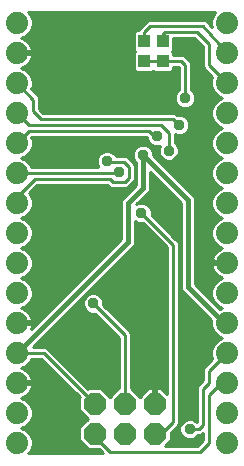
<source format=gbl>
G75*
%MOIN*%
%OFA0B0*%
%FSLAX24Y24*%
%IPPOS*%
%LPD*%
%AMOC8*
5,1,8,0,0,1.08239X$1,22.5*
%
%ADD10C,0.0740*%
%ADD11OC8,0.0740*%
%ADD12R,0.0394X0.0433*%
%ADD13C,0.0376*%
%ADD14C,0.0100*%
%ADD15C,0.0160*%
D10*
X001550Y001250D03*
X001550Y002250D03*
X001550Y003250D03*
X001550Y004250D03*
X001550Y005250D03*
X001550Y006250D03*
X001550Y007250D03*
X001550Y008250D03*
X001550Y009250D03*
X001550Y010250D03*
X001550Y011250D03*
X001550Y012250D03*
X001550Y013250D03*
X001550Y014250D03*
X001550Y015250D03*
X008550Y015250D03*
X008550Y014250D03*
X008550Y013250D03*
X008550Y012250D03*
X008550Y011250D03*
X008550Y010250D03*
X008550Y009250D03*
X008550Y008250D03*
X008550Y007250D03*
X008550Y006250D03*
X008550Y005250D03*
X008550Y004250D03*
X008550Y003250D03*
X008550Y002250D03*
X008550Y001250D03*
D11*
X006150Y001550D03*
X006150Y002550D03*
X005150Y002550D03*
X005150Y001550D03*
X004150Y001550D03*
X004150Y002550D03*
D12*
X005784Y013965D03*
X005784Y014635D03*
X006414Y014635D03*
X006414Y013965D03*
D13*
X007150Y012750D03*
X006450Y012450D03*
X006950Y011850D03*
X006210Y011480D03*
X006610Y010990D03*
X005750Y010850D03*
X004950Y011050D03*
X004550Y010640D03*
X004960Y010270D03*
X004790Y009180D03*
X004190Y008680D03*
X004190Y007580D03*
X005470Y007070D03*
X005750Y008150D03*
X005700Y008910D03*
X003530Y010850D03*
X002150Y010650D03*
X002540Y007800D03*
X004090Y005900D03*
X003371Y004822D03*
X002250Y005750D03*
X005040Y005850D03*
X005890Y005210D03*
X007190Y004811D03*
X005971Y003522D03*
X007150Y002750D03*
X007304Y001704D03*
X002550Y001750D03*
X005050Y013650D03*
X005050Y015350D03*
D14*
X005456Y014933D02*
X001968Y014933D01*
X001991Y014955D02*
X002070Y015147D01*
X002070Y015353D01*
X001991Y015545D01*
X001935Y015600D01*
X008165Y015600D01*
X008109Y015545D01*
X008030Y015353D01*
X008030Y015147D01*
X008038Y015127D01*
X007950Y015226D01*
X007950Y015233D01*
X007896Y015287D01*
X007844Y015345D01*
X007838Y015345D01*
X007833Y015350D01*
X007756Y015350D01*
X007679Y015355D01*
X007674Y015350D01*
X005918Y015350D01*
X005710Y015141D01*
X005593Y015024D01*
X005593Y015001D01*
X005525Y015001D01*
X005437Y014913D01*
X005437Y014356D01*
X005493Y014300D01*
X005437Y014244D01*
X005437Y013687D01*
X005525Y013599D01*
X006043Y013599D01*
X006099Y013655D01*
X006155Y013599D01*
X006673Y013599D01*
X006761Y013687D01*
X006761Y013765D01*
X006950Y013765D01*
X006950Y013028D01*
X006863Y012942D01*
X006812Y012817D01*
X006812Y012683D01*
X006863Y012558D01*
X006958Y012463D01*
X007083Y012412D01*
X007217Y012412D01*
X007342Y012463D01*
X007437Y012558D01*
X007488Y012683D01*
X007488Y012817D01*
X007437Y012942D01*
X007350Y013028D01*
X007350Y013933D01*
X007117Y014165D01*
X006761Y014165D01*
X006761Y014244D01*
X006705Y014300D01*
X006761Y014356D01*
X006761Y014750D01*
X007467Y014750D01*
X007750Y014467D01*
X007750Y013767D01*
X008069Y013448D01*
X008030Y013353D01*
X008030Y013147D01*
X008109Y012955D01*
X008255Y012809D01*
X008398Y012750D01*
X008255Y012691D01*
X008109Y012545D01*
X008030Y012353D01*
X008030Y012147D01*
X008109Y011955D01*
X008255Y011809D01*
X008398Y011750D01*
X008255Y011691D01*
X008109Y011545D01*
X008030Y011353D01*
X008030Y011147D01*
X008109Y010955D01*
X008255Y010809D01*
X008398Y010750D01*
X008255Y010691D01*
X008109Y010545D01*
X008030Y010353D01*
X008030Y010147D01*
X008109Y009955D01*
X008255Y009809D01*
X008398Y009750D01*
X008255Y009691D01*
X008109Y009545D01*
X008030Y009353D01*
X008030Y009147D01*
X008109Y008955D01*
X008255Y008809D01*
X008398Y008750D01*
X008255Y008691D01*
X008109Y008545D01*
X008030Y008353D01*
X008030Y008147D01*
X008109Y007955D01*
X008255Y007809D01*
X008402Y007749D01*
X008350Y007732D01*
X008277Y007695D01*
X008211Y007647D01*
X008153Y007589D01*
X008105Y007523D01*
X008068Y007450D01*
X008043Y007372D01*
X008031Y007300D01*
X008500Y007300D01*
X008500Y007200D01*
X008031Y007200D01*
X008043Y007128D01*
X008068Y007050D01*
X008105Y006977D01*
X008153Y006911D01*
X008211Y006853D01*
X008277Y006805D01*
X008350Y006768D01*
X008402Y006751D01*
X008255Y006691D01*
X008109Y006545D01*
X008030Y006353D01*
X008030Y006147D01*
X008109Y005955D01*
X008255Y005809D01*
X008398Y005750D01*
X008311Y005714D01*
X007480Y006545D01*
X007480Y009445D01*
X007345Y009580D01*
X006088Y010837D01*
X006088Y010917D01*
X006037Y011042D01*
X005942Y011137D01*
X005817Y011188D01*
X005683Y011188D01*
X005558Y011137D01*
X005463Y011042D01*
X005412Y010917D01*
X005412Y010783D01*
X005463Y010658D01*
X005520Y010602D01*
X005520Y009845D01*
X005020Y009345D01*
X005020Y008045D01*
X002035Y005060D01*
X002057Y005128D01*
X002069Y005200D01*
X001600Y005200D01*
X001600Y005300D01*
X002069Y005300D01*
X002057Y005372D01*
X002032Y005450D01*
X001995Y005523D01*
X001947Y005589D01*
X001889Y005647D01*
X001823Y005695D01*
X001750Y005732D01*
X001698Y005749D01*
X001845Y005809D01*
X001991Y005955D01*
X002070Y006147D01*
X002070Y006353D01*
X001991Y006545D01*
X001845Y006691D01*
X001702Y006750D01*
X001845Y006809D01*
X001991Y006955D01*
X002070Y007147D01*
X002070Y007353D01*
X001991Y007545D01*
X001845Y007691D01*
X001702Y007750D01*
X001845Y007809D01*
X001991Y007955D01*
X002070Y008147D01*
X002070Y008353D01*
X001991Y008545D01*
X001845Y008691D01*
X001702Y008750D01*
X001845Y008809D01*
X001991Y008955D01*
X002070Y009147D01*
X002070Y009353D01*
X001991Y009545D01*
X001959Y009576D01*
X002233Y009850D01*
X004567Y009850D01*
X004677Y009740D01*
X005233Y009740D01*
X005500Y010007D01*
X005500Y010523D01*
X005213Y010810D01*
X005047Y010810D01*
X004846Y010810D01*
X004837Y010832D01*
X004742Y010927D01*
X004617Y010978D01*
X004483Y010978D01*
X004358Y010927D01*
X004263Y010832D01*
X004212Y010707D01*
X004212Y010573D01*
X004263Y010450D01*
X002030Y010450D01*
X001991Y010545D01*
X001845Y010691D01*
X001702Y010750D01*
X001845Y010809D01*
X001991Y010955D01*
X002070Y011147D01*
X002070Y011353D01*
X002031Y011448D01*
X002033Y011450D01*
X005867Y011450D01*
X005872Y011445D01*
X005872Y011413D01*
X005923Y011288D01*
X006018Y011193D01*
X006143Y011142D01*
X006277Y011142D01*
X006313Y011157D01*
X006272Y011057D01*
X006272Y010923D01*
X006323Y010798D01*
X006418Y010703D01*
X006543Y010652D01*
X006677Y010652D01*
X006802Y010703D01*
X006897Y010798D01*
X006948Y010923D01*
X006948Y011057D01*
X006897Y011182D01*
X006810Y011268D01*
X006810Y011542D01*
X006883Y011512D01*
X007017Y011512D01*
X007142Y011563D01*
X007237Y011658D01*
X007288Y011783D01*
X007288Y011917D01*
X007237Y012042D01*
X007142Y012137D01*
X007017Y012188D01*
X006895Y012188D01*
X006833Y012250D01*
X002433Y012250D01*
X002300Y012383D01*
X002300Y012689D01*
X002301Y012771D01*
X002300Y012772D01*
X002300Y012773D01*
X002242Y012831D01*
X002029Y013048D01*
X002070Y013147D01*
X002070Y013353D01*
X001991Y013545D01*
X001845Y013691D01*
X001698Y013751D01*
X001750Y013768D01*
X001823Y013805D01*
X001889Y013853D01*
X001947Y013911D01*
X001995Y013977D01*
X002032Y014050D01*
X002057Y014128D01*
X002069Y014200D01*
X001600Y014200D01*
X001600Y014300D01*
X002069Y014300D01*
X002057Y014372D01*
X002032Y014450D01*
X001995Y014523D01*
X001947Y014589D01*
X001889Y014647D01*
X001823Y014695D01*
X001750Y014732D01*
X001698Y014749D01*
X001845Y014809D01*
X001991Y014955D01*
X002022Y015031D02*
X005599Y015031D01*
X005698Y015130D02*
X002063Y015130D01*
X002070Y015228D02*
X005796Y015228D01*
X005895Y015327D02*
X002070Y015327D01*
X002040Y015425D02*
X008060Y015425D01*
X008030Y015327D02*
X007861Y015327D01*
X007950Y015228D02*
X008030Y015228D01*
X008036Y015130D02*
X008037Y015130D01*
X007750Y015150D02*
X008550Y014250D01*
X007950Y014550D02*
X007950Y013850D01*
X008550Y013250D01*
X008201Y012864D02*
X007469Y012864D01*
X007488Y012766D02*
X008361Y012766D01*
X008232Y012667D02*
X007482Y012667D01*
X007441Y012569D02*
X008133Y012569D01*
X008078Y012470D02*
X007348Y012470D01*
X007150Y012750D02*
X007150Y013850D01*
X007035Y013965D01*
X006414Y013965D01*
X005784Y013965D01*
X005437Y013948D02*
X001973Y013948D01*
X002030Y014046D02*
X005437Y014046D01*
X005437Y014145D02*
X002060Y014145D01*
X002062Y014342D02*
X005452Y014342D01*
X005437Y014440D02*
X002035Y014440D01*
X001983Y014539D02*
X005437Y014539D01*
X005437Y014637D02*
X001898Y014637D01*
X001738Y014736D02*
X005437Y014736D01*
X005437Y014834D02*
X001869Y014834D01*
X001600Y014243D02*
X005437Y014243D01*
X005784Y014635D02*
X005793Y014643D01*
X005793Y014941D01*
X006001Y015150D01*
X007750Y015150D01*
X007550Y014950D02*
X007950Y014550D01*
X007750Y014440D02*
X006761Y014440D01*
X006761Y014539D02*
X007679Y014539D01*
X007580Y014637D02*
X006761Y014637D01*
X006761Y014736D02*
X007482Y014736D01*
X007550Y014950D02*
X006470Y014950D01*
X006383Y014863D01*
X006383Y014665D01*
X006414Y014635D01*
X006746Y014342D02*
X007750Y014342D01*
X007750Y014243D02*
X006761Y014243D01*
X007138Y014145D02*
X007750Y014145D01*
X007750Y014046D02*
X007237Y014046D01*
X007335Y013948D02*
X007750Y013948D01*
X007750Y013849D02*
X007350Y013849D01*
X007350Y013751D02*
X007767Y013751D01*
X007865Y013652D02*
X007350Y013652D01*
X007350Y013554D02*
X007964Y013554D01*
X008062Y013455D02*
X007350Y013455D01*
X007350Y013357D02*
X008031Y013357D01*
X008030Y013258D02*
X007350Y013258D01*
X007350Y013160D02*
X008030Y013160D01*
X008065Y013061D02*
X007350Y013061D01*
X007416Y012963D02*
X008106Y012963D01*
X008037Y012372D02*
X002311Y012372D01*
X002300Y012470D02*
X006952Y012470D01*
X006859Y012569D02*
X002300Y012569D01*
X002300Y012667D02*
X006818Y012667D01*
X006812Y012766D02*
X002301Y012766D01*
X002209Y012864D02*
X006831Y012864D01*
X006884Y012963D02*
X002113Y012963D01*
X002035Y013061D02*
X006950Y013061D01*
X006950Y013160D02*
X002070Y013160D01*
X002070Y013258D02*
X006950Y013258D01*
X006950Y013357D02*
X002069Y013357D01*
X002028Y013455D02*
X006950Y013455D01*
X006950Y013554D02*
X001982Y013554D01*
X001883Y013652D02*
X005472Y013652D01*
X005437Y013751D02*
X001700Y013751D01*
X001883Y013849D02*
X005437Y013849D01*
X006096Y013652D02*
X006102Y013652D01*
X006726Y013652D02*
X006950Y013652D01*
X006950Y013751D02*
X006761Y013751D01*
X007050Y012175D02*
X008030Y012175D01*
X008030Y012273D02*
X002410Y012273D01*
X002350Y012050D02*
X002100Y012300D01*
X002100Y012690D01*
X001550Y013250D01*
X001550Y012250D02*
X001950Y011850D01*
X006340Y011850D01*
X006610Y011580D01*
X006610Y010990D01*
X006948Y010993D02*
X008094Y010993D01*
X008053Y011091D02*
X006934Y011091D01*
X006889Y011190D02*
X008030Y011190D01*
X008030Y011288D02*
X006810Y011288D01*
X006810Y011387D02*
X008044Y011387D01*
X008085Y011485D02*
X006810Y011485D01*
X007162Y011584D02*
X008148Y011584D01*
X008247Y011682D02*
X007246Y011682D01*
X007287Y011781D02*
X008325Y011781D01*
X008186Y011879D02*
X007288Y011879D01*
X007263Y011978D02*
X008100Y011978D01*
X008059Y012076D02*
X007202Y012076D01*
X006950Y011850D02*
X006750Y012050D01*
X002350Y012050D01*
X001950Y011650D02*
X001550Y011250D01*
X001929Y010894D02*
X004326Y010894D01*
X004248Y010796D02*
X001812Y010796D01*
X001830Y010697D02*
X004212Y010697D01*
X004212Y010599D02*
X001937Y010599D01*
X002009Y010500D02*
X004242Y010500D01*
X004550Y010640D02*
X004660Y010610D01*
X005130Y010610D01*
X005300Y010440D01*
X005300Y010090D01*
X005150Y009940D01*
X004760Y009940D01*
X004650Y010050D01*
X002150Y010050D01*
X001550Y009450D01*
X001550Y009250D01*
X001959Y008924D02*
X005020Y008924D01*
X005020Y008826D02*
X001861Y008826D01*
X001757Y008727D02*
X005020Y008727D01*
X005020Y008629D02*
X001907Y008629D01*
X001997Y008530D02*
X005020Y008530D01*
X005020Y008432D02*
X002038Y008432D01*
X002070Y008333D02*
X005020Y008333D01*
X005020Y008235D02*
X002070Y008235D01*
X002066Y008136D02*
X005020Y008136D01*
X005012Y008038D02*
X002025Y008038D01*
X001974Y007939D02*
X004914Y007939D01*
X004815Y007841D02*
X001876Y007841D01*
X001721Y007742D02*
X004717Y007742D01*
X004618Y007644D02*
X001892Y007644D01*
X001990Y007545D02*
X004520Y007545D01*
X004421Y007447D02*
X002031Y007447D01*
X002070Y007348D02*
X004323Y007348D01*
X004224Y007250D02*
X002070Y007250D01*
X002070Y007151D02*
X004126Y007151D01*
X004027Y007053D02*
X002031Y007053D01*
X001989Y006954D02*
X003929Y006954D01*
X003830Y006856D02*
X001891Y006856D01*
X001877Y006659D02*
X003633Y006659D01*
X003732Y006757D02*
X001719Y006757D01*
X001975Y006560D02*
X003535Y006560D01*
X003436Y006462D02*
X002025Y006462D01*
X002066Y006363D02*
X003338Y006363D01*
X003239Y006265D02*
X002070Y006265D01*
X002070Y006166D02*
X003141Y006166D01*
X003042Y006068D02*
X002037Y006068D01*
X001996Y005969D02*
X002944Y005969D01*
X002845Y005871D02*
X001906Y005871D01*
X001755Y005772D02*
X002747Y005772D01*
X002648Y005674D02*
X001852Y005674D01*
X001957Y005575D02*
X002550Y005575D01*
X002451Y005477D02*
X002018Y005477D01*
X002055Y005378D02*
X002353Y005378D01*
X002254Y005280D02*
X001600Y005280D01*
X001550Y005250D02*
X001750Y005250D01*
X002066Y005181D02*
X002156Y005181D01*
X002057Y005083D02*
X002042Y005083D01*
X002412Y004787D02*
X004920Y004787D01*
X004960Y004748D02*
X004952Y003070D01*
X004935Y003070D01*
X004650Y002785D01*
X004365Y003070D01*
X003935Y003070D01*
X003924Y003059D01*
X002533Y004450D01*
X002075Y004450D01*
X005345Y007720D01*
X005480Y007855D01*
X005480Y008652D01*
X005508Y008623D01*
X005633Y008572D01*
X005745Y008572D01*
X006550Y007767D01*
X006550Y002885D01*
X006365Y003070D01*
X006200Y003070D01*
X006200Y002600D01*
X006100Y002600D01*
X006100Y003070D01*
X005935Y003070D01*
X005650Y002785D01*
X005365Y003070D01*
X005352Y003070D01*
X005360Y004747D01*
X005360Y004830D01*
X005360Y004912D01*
X005360Y004913D01*
X005302Y004971D01*
X005244Y005030D01*
X005243Y005030D01*
X004428Y005845D01*
X004428Y005967D01*
X004377Y006092D01*
X004282Y006187D01*
X004157Y006238D01*
X004023Y006238D01*
X003898Y006187D01*
X003803Y006092D01*
X003752Y005967D01*
X003752Y005833D01*
X003803Y005708D01*
X003898Y005613D01*
X004023Y005562D01*
X004145Y005562D01*
X004960Y004748D01*
X004959Y004689D02*
X002314Y004689D01*
X002215Y004590D02*
X004959Y004590D01*
X004959Y004492D02*
X002117Y004492D01*
X002450Y004250D02*
X001550Y004250D01*
X002030Y004050D02*
X001991Y003955D01*
X001845Y003809D01*
X001698Y003749D01*
X001750Y003732D01*
X001823Y003695D01*
X001889Y003647D01*
X001947Y003589D01*
X001995Y003523D01*
X002032Y003450D01*
X002057Y003372D01*
X002069Y003300D01*
X001600Y003300D01*
X001600Y003200D01*
X002069Y003200D01*
X002057Y003128D01*
X002032Y003050D01*
X001995Y002977D01*
X001947Y002911D01*
X001889Y002853D01*
X001823Y002805D01*
X001750Y002768D01*
X001698Y002751D01*
X001845Y002691D01*
X001991Y002545D01*
X002070Y002353D01*
X002070Y002147D01*
X001991Y001955D01*
X001845Y001809D01*
X001702Y001750D01*
X001845Y001691D01*
X001991Y001545D01*
X002070Y001353D01*
X002070Y001147D01*
X001991Y000955D01*
X001935Y000900D01*
X004417Y000900D01*
X004287Y001030D01*
X003935Y001030D01*
X003630Y001335D01*
X003630Y001765D01*
X003915Y002050D01*
X003630Y002335D01*
X003630Y002765D01*
X003641Y002776D01*
X002367Y004050D01*
X002030Y004050D01*
X002009Y003999D02*
X002418Y003999D01*
X002517Y003901D02*
X001936Y003901D01*
X001827Y003802D02*
X002615Y003802D01*
X002714Y003704D02*
X001805Y003704D01*
X001930Y003605D02*
X002812Y003605D01*
X002911Y003507D02*
X002003Y003507D01*
X002045Y003408D02*
X003009Y003408D01*
X003108Y003310D02*
X002067Y003310D01*
X002052Y003113D02*
X003305Y003113D01*
X003206Y003211D02*
X001600Y003211D01*
X001950Y002916D02*
X003502Y002916D01*
X003403Y003014D02*
X002013Y003014D01*
X001839Y002817D02*
X003600Y002817D01*
X003630Y002719D02*
X001778Y002719D01*
X001915Y002620D02*
X003630Y002620D01*
X003630Y002522D02*
X002000Y002522D01*
X002041Y002423D02*
X003630Y002423D01*
X003640Y002325D02*
X002070Y002325D01*
X002070Y002226D02*
X003739Y002226D01*
X003837Y002128D02*
X002062Y002128D01*
X002021Y002029D02*
X003894Y002029D01*
X003795Y001931D02*
X001966Y001931D01*
X001867Y001832D02*
X003697Y001832D01*
X003630Y001734D02*
X001742Y001734D01*
X001900Y001635D02*
X003630Y001635D01*
X003630Y001537D02*
X001994Y001537D01*
X002035Y001438D02*
X003630Y001438D01*
X003630Y001340D02*
X002070Y001340D01*
X002070Y001241D02*
X003724Y001241D01*
X003822Y001143D02*
X002068Y001143D01*
X002028Y001044D02*
X003921Y001044D01*
X004372Y000946D02*
X001981Y000946D01*
X003870Y003113D02*
X004952Y003113D01*
X004953Y003211D02*
X003772Y003211D01*
X003673Y003310D02*
X004953Y003310D01*
X004954Y003408D02*
X003575Y003408D01*
X003476Y003507D02*
X004954Y003507D01*
X004955Y003605D02*
X003378Y003605D01*
X003279Y003704D02*
X004955Y003704D01*
X004955Y003802D02*
X003181Y003802D01*
X003082Y003901D02*
X004956Y003901D01*
X004956Y003999D02*
X002984Y003999D01*
X002885Y004098D02*
X004957Y004098D01*
X004957Y004196D02*
X002787Y004196D01*
X002688Y004295D02*
X004958Y004295D01*
X004958Y004393D02*
X002590Y004393D01*
X002450Y004250D02*
X004150Y002550D01*
X004520Y002916D02*
X004780Y002916D01*
X004879Y003014D02*
X004421Y003014D01*
X004618Y002817D02*
X004682Y002817D01*
X005150Y002550D02*
X005160Y004830D01*
X004090Y005900D01*
X003777Y005772D02*
X003397Y005772D01*
X003299Y005674D02*
X003838Y005674D01*
X003752Y005871D02*
X003496Y005871D01*
X003594Y005969D02*
X003753Y005969D01*
X003793Y006068D02*
X003693Y006068D01*
X003791Y006166D02*
X003878Y006166D01*
X003890Y006265D02*
X006550Y006265D01*
X006550Y006363D02*
X003988Y006363D01*
X004087Y006462D02*
X006550Y006462D01*
X006550Y006560D02*
X004185Y006560D01*
X004284Y006659D02*
X006550Y006659D01*
X006550Y006757D02*
X004382Y006757D01*
X004481Y006856D02*
X006550Y006856D01*
X006550Y006954D02*
X004579Y006954D01*
X004678Y007053D02*
X006550Y007053D01*
X006550Y007151D02*
X004776Y007151D01*
X004875Y007250D02*
X006550Y007250D01*
X006550Y007348D02*
X004973Y007348D01*
X005072Y007447D02*
X006550Y007447D01*
X006550Y007545D02*
X005170Y007545D01*
X005269Y007644D02*
X006550Y007644D01*
X006550Y007742D02*
X005367Y007742D01*
X005466Y007841D02*
X006477Y007841D01*
X006378Y007939D02*
X005480Y007939D01*
X005480Y008038D02*
X006280Y008038D01*
X006181Y008136D02*
X005480Y008136D01*
X005480Y008235D02*
X006083Y008235D01*
X005984Y008333D02*
X005480Y008333D01*
X005480Y008432D02*
X005886Y008432D01*
X005787Y008530D02*
X005480Y008530D01*
X005480Y008629D02*
X005503Y008629D01*
X005700Y008900D02*
X006750Y007850D01*
X006750Y001950D01*
X006350Y001550D01*
X006150Y001550D01*
X006485Y001150D02*
X006670Y001335D01*
X006670Y001587D01*
X006950Y001867D01*
X006950Y007933D01*
X006833Y008050D01*
X006038Y008845D01*
X006038Y008977D01*
X005987Y009102D01*
X005892Y009197D01*
X005767Y009248D01*
X005633Y009248D01*
X005531Y009206D01*
X005845Y009520D01*
X005980Y009655D01*
X005980Y010295D01*
X007020Y009255D01*
X007020Y006355D01*
X007155Y006220D01*
X008030Y005345D01*
X008030Y005147D01*
X008109Y004955D01*
X008255Y004809D01*
X008398Y004750D01*
X008255Y004691D01*
X008109Y004545D01*
X008030Y004353D01*
X008030Y004147D01*
X008069Y004052D01*
X007750Y003733D01*
X007750Y003333D01*
X007667Y003250D01*
X007550Y003133D01*
X007550Y001936D01*
X007496Y001990D01*
X007372Y002042D01*
X007237Y002042D01*
X007113Y001990D01*
X007018Y001895D01*
X006966Y001771D01*
X006966Y001636D01*
X007018Y001512D01*
X007113Y001417D01*
X007237Y001366D01*
X007372Y001366D01*
X007496Y001417D01*
X007582Y001504D01*
X007687Y001504D01*
X007750Y001567D01*
X007750Y001333D01*
X007567Y001150D01*
X006485Y001150D01*
X006576Y001241D02*
X007658Y001241D01*
X007750Y001340D02*
X006670Y001340D01*
X006670Y001438D02*
X007092Y001438D01*
X007008Y001537D02*
X006670Y001537D01*
X006718Y001635D02*
X006967Y001635D01*
X006966Y001734D02*
X006816Y001734D01*
X006915Y001832D02*
X006992Y001832D01*
X006950Y001931D02*
X007053Y001931D01*
X006950Y002029D02*
X007206Y002029D01*
X007403Y002029D02*
X007550Y002029D01*
X007550Y002128D02*
X006950Y002128D01*
X006950Y002226D02*
X007550Y002226D01*
X007550Y002325D02*
X006950Y002325D01*
X006950Y002423D02*
X007550Y002423D01*
X007550Y002522D02*
X006950Y002522D01*
X006950Y002620D02*
X007550Y002620D01*
X007550Y002719D02*
X006950Y002719D01*
X006950Y002817D02*
X007550Y002817D01*
X007550Y002916D02*
X006950Y002916D01*
X006950Y003014D02*
X007550Y003014D01*
X007550Y003113D02*
X006950Y003113D01*
X006950Y003211D02*
X007628Y003211D01*
X007727Y003310D02*
X006950Y003310D01*
X006950Y003408D02*
X007750Y003408D01*
X007750Y003507D02*
X006950Y003507D01*
X006950Y003605D02*
X007750Y003605D01*
X007750Y003704D02*
X006950Y003704D01*
X006950Y003802D02*
X007819Y003802D01*
X007918Y003901D02*
X006950Y003901D01*
X006950Y003999D02*
X008016Y003999D01*
X008050Y004098D02*
X006950Y004098D01*
X006950Y004196D02*
X008030Y004196D01*
X008030Y004295D02*
X006950Y004295D01*
X006950Y004393D02*
X008046Y004393D01*
X008087Y004492D02*
X006950Y004492D01*
X006950Y004590D02*
X008155Y004590D01*
X008253Y004689D02*
X006950Y004689D01*
X006950Y004787D02*
X008309Y004787D01*
X008179Y004886D02*
X006950Y004886D01*
X006950Y004984D02*
X008097Y004984D01*
X008057Y005083D02*
X006950Y005083D01*
X006950Y005181D02*
X008030Y005181D01*
X008030Y005280D02*
X006950Y005280D01*
X006950Y005378D02*
X007997Y005378D01*
X007898Y005477D02*
X006950Y005477D01*
X006950Y005575D02*
X007800Y005575D01*
X007701Y005674D02*
X006950Y005674D01*
X006950Y005772D02*
X007603Y005772D01*
X007504Y005871D02*
X006950Y005871D01*
X006950Y005969D02*
X007406Y005969D01*
X007307Y006068D02*
X006950Y006068D01*
X006950Y006166D02*
X007209Y006166D01*
X007110Y006265D02*
X006950Y006265D01*
X006950Y006363D02*
X007020Y006363D01*
X007020Y006462D02*
X006950Y006462D01*
X006950Y006560D02*
X007020Y006560D01*
X007020Y006659D02*
X006950Y006659D01*
X006950Y006757D02*
X007020Y006757D01*
X007020Y006856D02*
X006950Y006856D01*
X006950Y006954D02*
X007020Y006954D01*
X007020Y007053D02*
X006950Y007053D01*
X006950Y007151D02*
X007020Y007151D01*
X007020Y007250D02*
X006950Y007250D01*
X006950Y007348D02*
X007020Y007348D01*
X007020Y007447D02*
X006950Y007447D01*
X006950Y007545D02*
X007020Y007545D01*
X007020Y007644D02*
X006950Y007644D01*
X006950Y007742D02*
X007020Y007742D01*
X007020Y007841D02*
X006950Y007841D01*
X006944Y007939D02*
X007020Y007939D01*
X007020Y008038D02*
X006845Y008038D01*
X006747Y008136D02*
X007020Y008136D01*
X007020Y008235D02*
X006648Y008235D01*
X006550Y008333D02*
X007020Y008333D01*
X007020Y008432D02*
X006451Y008432D01*
X006353Y008530D02*
X007020Y008530D01*
X007020Y008629D02*
X006254Y008629D01*
X006156Y008727D02*
X007020Y008727D01*
X007020Y008826D02*
X006057Y008826D01*
X006038Y008924D02*
X007020Y008924D01*
X007020Y009023D02*
X006019Y009023D01*
X005967Y009121D02*
X007020Y009121D01*
X007020Y009220D02*
X005836Y009220D01*
X005643Y009318D02*
X006957Y009318D01*
X006858Y009417D02*
X005742Y009417D01*
X005840Y009515D02*
X006760Y009515D01*
X006661Y009614D02*
X005939Y009614D01*
X005980Y009712D02*
X006563Y009712D01*
X006464Y009811D02*
X005980Y009811D01*
X005980Y009909D02*
X006366Y009909D01*
X006267Y010008D02*
X005980Y010008D01*
X005980Y010106D02*
X006169Y010106D01*
X006070Y010205D02*
X005980Y010205D01*
X005520Y010205D02*
X005500Y010205D01*
X005500Y010303D02*
X005520Y010303D01*
X005520Y010402D02*
X005500Y010402D01*
X005500Y010500D02*
X005520Y010500D01*
X005520Y010599D02*
X005424Y010599D01*
X005447Y010697D02*
X005326Y010697D01*
X005412Y010796D02*
X005227Y010796D01*
X005412Y010894D02*
X004774Y010894D01*
X004960Y010270D02*
X004940Y010250D01*
X001550Y010250D01*
X002095Y009712D02*
X005387Y009712D01*
X005303Y009811D02*
X005485Y009811D01*
X005520Y009909D02*
X005402Y009909D01*
X005500Y010008D02*
X005520Y010008D01*
X005520Y010106D02*
X005500Y010106D01*
X005288Y009614D02*
X001996Y009614D01*
X002003Y009515D02*
X005190Y009515D01*
X005091Y009417D02*
X002044Y009417D01*
X002070Y009318D02*
X005020Y009318D01*
X005020Y009220D02*
X002070Y009220D01*
X002059Y009121D02*
X005020Y009121D01*
X005020Y009023D02*
X002019Y009023D01*
X002150Y008410D02*
X002540Y007800D01*
X002150Y008410D02*
X002150Y005650D01*
X002708Y005083D02*
X004625Y005083D01*
X004526Y005181D02*
X002806Y005181D01*
X002905Y005280D02*
X004428Y005280D01*
X004329Y005378D02*
X003003Y005378D01*
X003102Y005477D02*
X004231Y005477D01*
X003991Y005575D02*
X003200Y005575D01*
X002609Y004984D02*
X004723Y004984D01*
X004822Y004886D02*
X002511Y004886D01*
X004302Y006166D02*
X006550Y006166D01*
X006550Y006068D02*
X004387Y006068D01*
X004427Y005969D02*
X006550Y005969D01*
X006550Y005871D02*
X004428Y005871D01*
X004501Y005772D02*
X006550Y005772D01*
X006550Y005674D02*
X004599Y005674D01*
X004698Y005575D02*
X006550Y005575D01*
X006550Y005477D02*
X004796Y005477D01*
X004895Y005378D02*
X006550Y005378D01*
X006550Y005280D02*
X004993Y005280D01*
X005092Y005181D02*
X006550Y005181D01*
X006550Y005083D02*
X005190Y005083D01*
X005289Y004984D02*
X006550Y004984D01*
X006550Y004886D02*
X005360Y004886D01*
X005360Y004912D02*
X005360Y004912D01*
X005360Y004787D02*
X006550Y004787D01*
X006550Y004689D02*
X005359Y004689D01*
X005360Y004747D02*
X005360Y004747D01*
X005359Y004590D02*
X006550Y004590D01*
X006550Y004492D02*
X005359Y004492D01*
X005358Y004393D02*
X006550Y004393D01*
X006550Y004295D02*
X005358Y004295D01*
X005357Y004196D02*
X006550Y004196D01*
X006550Y004098D02*
X005357Y004098D01*
X005356Y003999D02*
X006550Y003999D01*
X006550Y003901D02*
X005356Y003901D01*
X005355Y003802D02*
X006550Y003802D01*
X006550Y003704D02*
X005355Y003704D01*
X005355Y003605D02*
X006550Y003605D01*
X006550Y003507D02*
X005354Y003507D01*
X005354Y003408D02*
X006550Y003408D01*
X006550Y003310D02*
X005353Y003310D01*
X005353Y003211D02*
X006550Y003211D01*
X006550Y003113D02*
X005352Y003113D01*
X005421Y003014D02*
X005879Y003014D01*
X005780Y002916D02*
X005520Y002916D01*
X005618Y002817D02*
X005682Y002817D01*
X006100Y002817D02*
X006200Y002817D01*
X006200Y002719D02*
X006100Y002719D01*
X006100Y002620D02*
X006200Y002620D01*
X006150Y002550D02*
X006150Y005010D01*
X005890Y005210D01*
X005940Y006560D01*
X005470Y007070D01*
X005050Y006650D01*
X005040Y005850D01*
X007480Y006560D02*
X008125Y006560D01*
X008075Y006462D02*
X007564Y006462D01*
X007662Y006363D02*
X008034Y006363D01*
X008030Y006265D02*
X007761Y006265D01*
X007859Y006166D02*
X008030Y006166D01*
X008063Y006068D02*
X007958Y006068D01*
X008056Y005969D02*
X008104Y005969D01*
X008155Y005871D02*
X008194Y005871D01*
X008253Y005772D02*
X008345Y005772D01*
X008223Y006659D02*
X007480Y006659D01*
X007480Y006757D02*
X008384Y006757D01*
X008209Y006856D02*
X007480Y006856D01*
X007480Y006954D02*
X008122Y006954D01*
X008067Y007053D02*
X007480Y007053D01*
X007480Y007151D02*
X008039Y007151D01*
X008039Y007348D02*
X007480Y007348D01*
X007480Y007250D02*
X008500Y007250D01*
X008208Y007644D02*
X007480Y007644D01*
X007480Y007742D02*
X008382Y007742D01*
X008224Y007841D02*
X007480Y007841D01*
X007480Y007939D02*
X008126Y007939D01*
X008075Y008038D02*
X007480Y008038D01*
X007480Y008136D02*
X008034Y008136D01*
X008030Y008235D02*
X007480Y008235D01*
X007480Y008333D02*
X008030Y008333D01*
X008062Y008432D02*
X007480Y008432D01*
X007480Y008530D02*
X008103Y008530D01*
X008193Y008629D02*
X007480Y008629D01*
X007480Y008727D02*
X008343Y008727D01*
X008239Y008826D02*
X007480Y008826D01*
X007480Y008924D02*
X008141Y008924D01*
X008081Y009023D02*
X007480Y009023D01*
X007480Y009121D02*
X008041Y009121D01*
X008030Y009220D02*
X007480Y009220D01*
X007480Y009318D02*
X008030Y009318D01*
X008056Y009417D02*
X007480Y009417D01*
X007410Y009515D02*
X008097Y009515D01*
X008178Y009614D02*
X007312Y009614D01*
X007345Y009580D02*
X007345Y009580D01*
X007213Y009712D02*
X008307Y009712D01*
X008254Y009811D02*
X007115Y009811D01*
X007016Y009909D02*
X008156Y009909D01*
X008088Y010008D02*
X006918Y010008D01*
X006819Y010106D02*
X008047Y010106D01*
X008030Y010205D02*
X006721Y010205D01*
X006622Y010303D02*
X008030Y010303D01*
X008050Y010402D02*
X006524Y010402D01*
X006425Y010500D02*
X008091Y010500D01*
X008163Y010599D02*
X006327Y010599D01*
X006228Y010697D02*
X006434Y010697D01*
X006326Y010796D02*
X006130Y010796D01*
X006088Y010894D02*
X006284Y010894D01*
X006272Y010993D02*
X006057Y010993D01*
X005987Y011091D02*
X006286Y011091D01*
X006028Y011190D02*
X002070Y011190D01*
X002070Y011288D02*
X005924Y011288D01*
X005883Y011387D02*
X002056Y011387D01*
X001950Y011650D02*
X005950Y011650D01*
X006210Y011390D01*
X006210Y011480D01*
X005513Y011091D02*
X002047Y011091D01*
X002006Y010993D02*
X005443Y010993D01*
X004607Y009811D02*
X002193Y009811D01*
X004190Y008680D02*
X004730Y009220D01*
X004790Y009180D01*
X005545Y009220D02*
X005564Y009220D01*
X005700Y008910D02*
X005700Y008900D01*
X006786Y010697D02*
X008270Y010697D01*
X008288Y010796D02*
X006894Y010796D01*
X006936Y010894D02*
X008171Y010894D01*
X008122Y007545D02*
X007480Y007545D01*
X007480Y007447D02*
X008067Y007447D01*
X008550Y004250D02*
X007950Y003650D01*
X007950Y003250D01*
X007750Y003050D01*
X007750Y001850D01*
X007604Y001704D01*
X007304Y001704D01*
X007517Y001438D02*
X007750Y001438D01*
X007750Y001537D02*
X007719Y001537D01*
X007950Y001250D02*
X007650Y000950D01*
X004650Y000950D01*
X004150Y001450D01*
X004150Y001550D01*
X006100Y002916D02*
X006200Y002916D01*
X006200Y003014D02*
X006100Y003014D01*
X006421Y003014D02*
X006550Y003014D01*
X006550Y002916D02*
X006520Y002916D01*
X007950Y002850D02*
X008350Y003250D01*
X008550Y003250D01*
X007950Y002850D02*
X007950Y001250D01*
X008100Y015524D02*
X002000Y015524D01*
D15*
X001550Y014250D02*
X005020Y014250D01*
X007650Y011600D02*
X007650Y007750D01*
X008150Y007250D01*
X008550Y007250D01*
X007250Y006450D02*
X007250Y009350D01*
X005750Y010850D01*
X005750Y009750D01*
X005250Y009250D01*
X005250Y007950D01*
X001550Y004250D01*
X007250Y006450D02*
X008450Y005250D01*
X008550Y005250D01*
M02*

</source>
